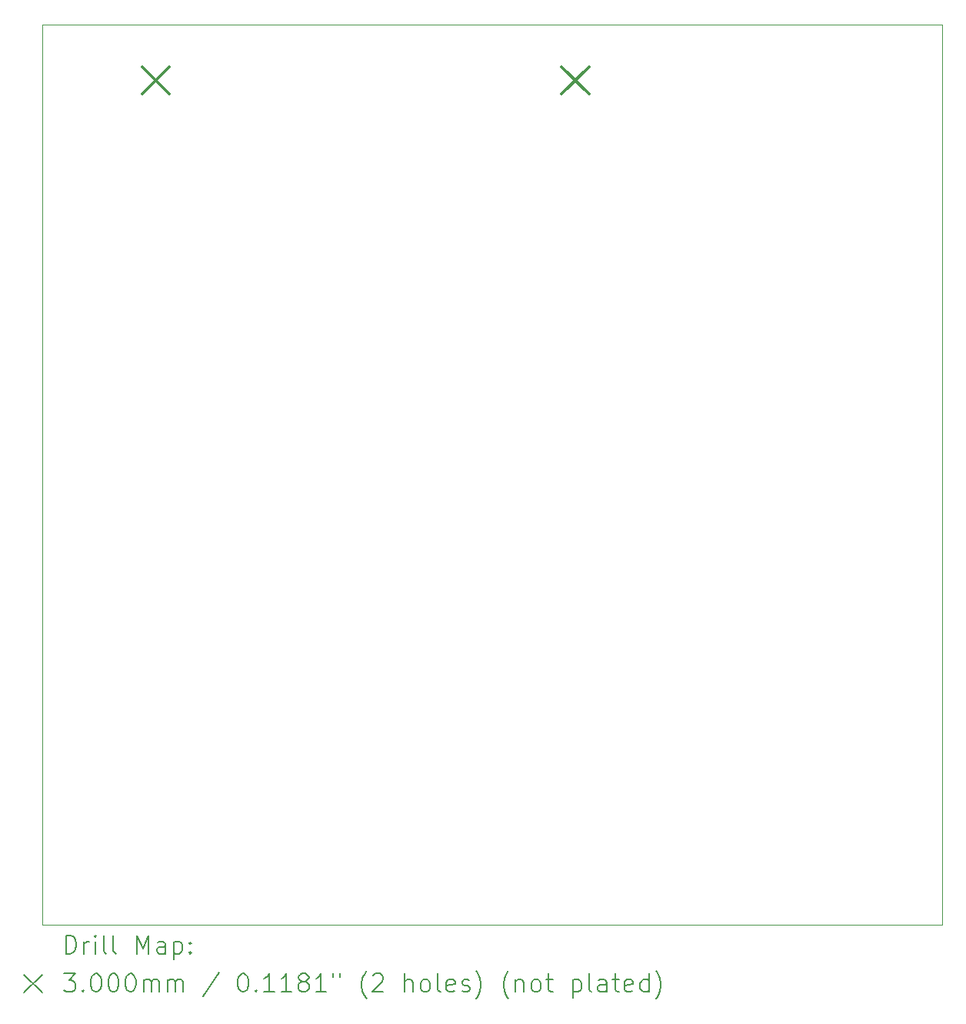
<source format=gbr>
%TF.GenerationSoftware,KiCad,Pcbnew,8.0.4*%
%TF.CreationDate,2024-09-22T21:37:49-05:00*%
%TF.ProjectId,ATX-PSU_8b,4154582d-5053-4555-9f38-622e6b696361,rev?*%
%TF.SameCoordinates,Original*%
%TF.FileFunction,Drillmap*%
%TF.FilePolarity,Positive*%
%FSLAX45Y45*%
G04 Gerber Fmt 4.5, Leading zero omitted, Abs format (unit mm)*
G04 Created by KiCad (PCBNEW 8.0.4) date 2024-09-22 21:37:49*
%MOMM*%
%LPD*%
G01*
G04 APERTURE LIST*
%ADD10C,0.100000*%
%ADD11C,0.200000*%
%ADD12C,0.300000*%
G04 APERTURE END LIST*
D10*
X17526000Y-12700000D02*
X7620000Y-12700000D01*
X17526000Y-2794000D02*
X17526000Y-12700000D01*
X7620000Y-2794000D02*
X17526000Y-2794000D01*
X7620000Y-12700000D02*
X7620000Y-2794000D01*
D11*
D12*
X8716000Y-3257500D02*
X9016000Y-3557500D01*
X9016000Y-3257500D02*
X8716000Y-3557500D01*
X13336000Y-3257500D02*
X13636000Y-3557500D01*
X13636000Y-3257500D02*
X13336000Y-3557500D01*
D11*
X7875777Y-13016484D02*
X7875777Y-12816484D01*
X7875777Y-12816484D02*
X7923396Y-12816484D01*
X7923396Y-12816484D02*
X7951967Y-12826008D01*
X7951967Y-12826008D02*
X7971015Y-12845055D01*
X7971015Y-12845055D02*
X7980539Y-12864103D01*
X7980539Y-12864103D02*
X7990062Y-12902198D01*
X7990062Y-12902198D02*
X7990062Y-12930769D01*
X7990062Y-12930769D02*
X7980539Y-12968865D01*
X7980539Y-12968865D02*
X7971015Y-12987912D01*
X7971015Y-12987912D02*
X7951967Y-13006960D01*
X7951967Y-13006960D02*
X7923396Y-13016484D01*
X7923396Y-13016484D02*
X7875777Y-13016484D01*
X8075777Y-13016484D02*
X8075777Y-12883150D01*
X8075777Y-12921246D02*
X8085301Y-12902198D01*
X8085301Y-12902198D02*
X8094824Y-12892674D01*
X8094824Y-12892674D02*
X8113872Y-12883150D01*
X8113872Y-12883150D02*
X8132920Y-12883150D01*
X8199586Y-13016484D02*
X8199586Y-12883150D01*
X8199586Y-12816484D02*
X8190062Y-12826008D01*
X8190062Y-12826008D02*
X8199586Y-12835531D01*
X8199586Y-12835531D02*
X8209110Y-12826008D01*
X8209110Y-12826008D02*
X8199586Y-12816484D01*
X8199586Y-12816484D02*
X8199586Y-12835531D01*
X8323396Y-13016484D02*
X8304348Y-13006960D01*
X8304348Y-13006960D02*
X8294824Y-12987912D01*
X8294824Y-12987912D02*
X8294824Y-12816484D01*
X8428158Y-13016484D02*
X8409110Y-13006960D01*
X8409110Y-13006960D02*
X8399586Y-12987912D01*
X8399586Y-12987912D02*
X8399586Y-12816484D01*
X8656729Y-13016484D02*
X8656729Y-12816484D01*
X8656729Y-12816484D02*
X8723396Y-12959341D01*
X8723396Y-12959341D02*
X8790063Y-12816484D01*
X8790063Y-12816484D02*
X8790063Y-13016484D01*
X8971015Y-13016484D02*
X8971015Y-12911722D01*
X8971015Y-12911722D02*
X8961491Y-12892674D01*
X8961491Y-12892674D02*
X8942444Y-12883150D01*
X8942444Y-12883150D02*
X8904348Y-12883150D01*
X8904348Y-12883150D02*
X8885301Y-12892674D01*
X8971015Y-13006960D02*
X8951967Y-13016484D01*
X8951967Y-13016484D02*
X8904348Y-13016484D01*
X8904348Y-13016484D02*
X8885301Y-13006960D01*
X8885301Y-13006960D02*
X8875777Y-12987912D01*
X8875777Y-12987912D02*
X8875777Y-12968865D01*
X8875777Y-12968865D02*
X8885301Y-12949817D01*
X8885301Y-12949817D02*
X8904348Y-12940293D01*
X8904348Y-12940293D02*
X8951967Y-12940293D01*
X8951967Y-12940293D02*
X8971015Y-12930769D01*
X9066253Y-12883150D02*
X9066253Y-13083150D01*
X9066253Y-12892674D02*
X9085301Y-12883150D01*
X9085301Y-12883150D02*
X9123396Y-12883150D01*
X9123396Y-12883150D02*
X9142444Y-12892674D01*
X9142444Y-12892674D02*
X9151967Y-12902198D01*
X9151967Y-12902198D02*
X9161491Y-12921246D01*
X9161491Y-12921246D02*
X9161491Y-12978388D01*
X9161491Y-12978388D02*
X9151967Y-12997436D01*
X9151967Y-12997436D02*
X9142444Y-13006960D01*
X9142444Y-13006960D02*
X9123396Y-13016484D01*
X9123396Y-13016484D02*
X9085301Y-13016484D01*
X9085301Y-13016484D02*
X9066253Y-13006960D01*
X9247205Y-12997436D02*
X9256729Y-13006960D01*
X9256729Y-13006960D02*
X9247205Y-13016484D01*
X9247205Y-13016484D02*
X9237682Y-13006960D01*
X9237682Y-13006960D02*
X9247205Y-12997436D01*
X9247205Y-12997436D02*
X9247205Y-13016484D01*
X9247205Y-12892674D02*
X9256729Y-12902198D01*
X9256729Y-12902198D02*
X9247205Y-12911722D01*
X9247205Y-12911722D02*
X9237682Y-12902198D01*
X9237682Y-12902198D02*
X9247205Y-12892674D01*
X9247205Y-12892674D02*
X9247205Y-12911722D01*
X7415000Y-13245000D02*
X7615000Y-13445000D01*
X7615000Y-13245000D02*
X7415000Y-13445000D01*
X7856729Y-13236484D02*
X7980539Y-13236484D01*
X7980539Y-13236484D02*
X7913872Y-13312674D01*
X7913872Y-13312674D02*
X7942443Y-13312674D01*
X7942443Y-13312674D02*
X7961491Y-13322198D01*
X7961491Y-13322198D02*
X7971015Y-13331722D01*
X7971015Y-13331722D02*
X7980539Y-13350769D01*
X7980539Y-13350769D02*
X7980539Y-13398388D01*
X7980539Y-13398388D02*
X7971015Y-13417436D01*
X7971015Y-13417436D02*
X7961491Y-13426960D01*
X7961491Y-13426960D02*
X7942443Y-13436484D01*
X7942443Y-13436484D02*
X7885301Y-13436484D01*
X7885301Y-13436484D02*
X7866253Y-13426960D01*
X7866253Y-13426960D02*
X7856729Y-13417436D01*
X8066253Y-13417436D02*
X8075777Y-13426960D01*
X8075777Y-13426960D02*
X8066253Y-13436484D01*
X8066253Y-13436484D02*
X8056729Y-13426960D01*
X8056729Y-13426960D02*
X8066253Y-13417436D01*
X8066253Y-13417436D02*
X8066253Y-13436484D01*
X8199586Y-13236484D02*
X8218634Y-13236484D01*
X8218634Y-13236484D02*
X8237682Y-13246008D01*
X8237682Y-13246008D02*
X8247205Y-13255531D01*
X8247205Y-13255531D02*
X8256729Y-13274579D01*
X8256729Y-13274579D02*
X8266253Y-13312674D01*
X8266253Y-13312674D02*
X8266253Y-13360293D01*
X8266253Y-13360293D02*
X8256729Y-13398388D01*
X8256729Y-13398388D02*
X8247205Y-13417436D01*
X8247205Y-13417436D02*
X8237682Y-13426960D01*
X8237682Y-13426960D02*
X8218634Y-13436484D01*
X8218634Y-13436484D02*
X8199586Y-13436484D01*
X8199586Y-13436484D02*
X8180539Y-13426960D01*
X8180539Y-13426960D02*
X8171015Y-13417436D01*
X8171015Y-13417436D02*
X8161491Y-13398388D01*
X8161491Y-13398388D02*
X8151967Y-13360293D01*
X8151967Y-13360293D02*
X8151967Y-13312674D01*
X8151967Y-13312674D02*
X8161491Y-13274579D01*
X8161491Y-13274579D02*
X8171015Y-13255531D01*
X8171015Y-13255531D02*
X8180539Y-13246008D01*
X8180539Y-13246008D02*
X8199586Y-13236484D01*
X8390063Y-13236484D02*
X8409110Y-13236484D01*
X8409110Y-13236484D02*
X8428158Y-13246008D01*
X8428158Y-13246008D02*
X8437682Y-13255531D01*
X8437682Y-13255531D02*
X8447205Y-13274579D01*
X8447205Y-13274579D02*
X8456729Y-13312674D01*
X8456729Y-13312674D02*
X8456729Y-13360293D01*
X8456729Y-13360293D02*
X8447205Y-13398388D01*
X8447205Y-13398388D02*
X8437682Y-13417436D01*
X8437682Y-13417436D02*
X8428158Y-13426960D01*
X8428158Y-13426960D02*
X8409110Y-13436484D01*
X8409110Y-13436484D02*
X8390063Y-13436484D01*
X8390063Y-13436484D02*
X8371015Y-13426960D01*
X8371015Y-13426960D02*
X8361491Y-13417436D01*
X8361491Y-13417436D02*
X8351967Y-13398388D01*
X8351967Y-13398388D02*
X8342443Y-13360293D01*
X8342443Y-13360293D02*
X8342443Y-13312674D01*
X8342443Y-13312674D02*
X8351967Y-13274579D01*
X8351967Y-13274579D02*
X8361491Y-13255531D01*
X8361491Y-13255531D02*
X8371015Y-13246008D01*
X8371015Y-13246008D02*
X8390063Y-13236484D01*
X8580539Y-13236484D02*
X8599586Y-13236484D01*
X8599586Y-13236484D02*
X8618634Y-13246008D01*
X8618634Y-13246008D02*
X8628158Y-13255531D01*
X8628158Y-13255531D02*
X8637682Y-13274579D01*
X8637682Y-13274579D02*
X8647205Y-13312674D01*
X8647205Y-13312674D02*
X8647205Y-13360293D01*
X8647205Y-13360293D02*
X8637682Y-13398388D01*
X8637682Y-13398388D02*
X8628158Y-13417436D01*
X8628158Y-13417436D02*
X8618634Y-13426960D01*
X8618634Y-13426960D02*
X8599586Y-13436484D01*
X8599586Y-13436484D02*
X8580539Y-13436484D01*
X8580539Y-13436484D02*
X8561491Y-13426960D01*
X8561491Y-13426960D02*
X8551967Y-13417436D01*
X8551967Y-13417436D02*
X8542444Y-13398388D01*
X8542444Y-13398388D02*
X8532920Y-13360293D01*
X8532920Y-13360293D02*
X8532920Y-13312674D01*
X8532920Y-13312674D02*
X8542444Y-13274579D01*
X8542444Y-13274579D02*
X8551967Y-13255531D01*
X8551967Y-13255531D02*
X8561491Y-13246008D01*
X8561491Y-13246008D02*
X8580539Y-13236484D01*
X8732920Y-13436484D02*
X8732920Y-13303150D01*
X8732920Y-13322198D02*
X8742444Y-13312674D01*
X8742444Y-13312674D02*
X8761491Y-13303150D01*
X8761491Y-13303150D02*
X8790063Y-13303150D01*
X8790063Y-13303150D02*
X8809110Y-13312674D01*
X8809110Y-13312674D02*
X8818634Y-13331722D01*
X8818634Y-13331722D02*
X8818634Y-13436484D01*
X8818634Y-13331722D02*
X8828158Y-13312674D01*
X8828158Y-13312674D02*
X8847205Y-13303150D01*
X8847205Y-13303150D02*
X8875777Y-13303150D01*
X8875777Y-13303150D02*
X8894825Y-13312674D01*
X8894825Y-13312674D02*
X8904348Y-13331722D01*
X8904348Y-13331722D02*
X8904348Y-13436484D01*
X8999586Y-13436484D02*
X8999586Y-13303150D01*
X8999586Y-13322198D02*
X9009110Y-13312674D01*
X9009110Y-13312674D02*
X9028158Y-13303150D01*
X9028158Y-13303150D02*
X9056729Y-13303150D01*
X9056729Y-13303150D02*
X9075777Y-13312674D01*
X9075777Y-13312674D02*
X9085301Y-13331722D01*
X9085301Y-13331722D02*
X9085301Y-13436484D01*
X9085301Y-13331722D02*
X9094825Y-13312674D01*
X9094825Y-13312674D02*
X9113872Y-13303150D01*
X9113872Y-13303150D02*
X9142444Y-13303150D01*
X9142444Y-13303150D02*
X9161491Y-13312674D01*
X9161491Y-13312674D02*
X9171015Y-13331722D01*
X9171015Y-13331722D02*
X9171015Y-13436484D01*
X9561491Y-13226960D02*
X9390063Y-13484103D01*
X9818634Y-13236484D02*
X9837682Y-13236484D01*
X9837682Y-13236484D02*
X9856729Y-13246008D01*
X9856729Y-13246008D02*
X9866253Y-13255531D01*
X9866253Y-13255531D02*
X9875777Y-13274579D01*
X9875777Y-13274579D02*
X9885301Y-13312674D01*
X9885301Y-13312674D02*
X9885301Y-13360293D01*
X9885301Y-13360293D02*
X9875777Y-13398388D01*
X9875777Y-13398388D02*
X9866253Y-13417436D01*
X9866253Y-13417436D02*
X9856729Y-13426960D01*
X9856729Y-13426960D02*
X9837682Y-13436484D01*
X9837682Y-13436484D02*
X9818634Y-13436484D01*
X9818634Y-13436484D02*
X9799587Y-13426960D01*
X9799587Y-13426960D02*
X9790063Y-13417436D01*
X9790063Y-13417436D02*
X9780539Y-13398388D01*
X9780539Y-13398388D02*
X9771015Y-13360293D01*
X9771015Y-13360293D02*
X9771015Y-13312674D01*
X9771015Y-13312674D02*
X9780539Y-13274579D01*
X9780539Y-13274579D02*
X9790063Y-13255531D01*
X9790063Y-13255531D02*
X9799587Y-13246008D01*
X9799587Y-13246008D02*
X9818634Y-13236484D01*
X9971015Y-13417436D02*
X9980539Y-13426960D01*
X9980539Y-13426960D02*
X9971015Y-13436484D01*
X9971015Y-13436484D02*
X9961491Y-13426960D01*
X9961491Y-13426960D02*
X9971015Y-13417436D01*
X9971015Y-13417436D02*
X9971015Y-13436484D01*
X10171015Y-13436484D02*
X10056729Y-13436484D01*
X10113872Y-13436484D02*
X10113872Y-13236484D01*
X10113872Y-13236484D02*
X10094825Y-13265055D01*
X10094825Y-13265055D02*
X10075777Y-13284103D01*
X10075777Y-13284103D02*
X10056729Y-13293627D01*
X10361491Y-13436484D02*
X10247206Y-13436484D01*
X10304348Y-13436484D02*
X10304348Y-13236484D01*
X10304348Y-13236484D02*
X10285301Y-13265055D01*
X10285301Y-13265055D02*
X10266253Y-13284103D01*
X10266253Y-13284103D02*
X10247206Y-13293627D01*
X10475777Y-13322198D02*
X10456729Y-13312674D01*
X10456729Y-13312674D02*
X10447206Y-13303150D01*
X10447206Y-13303150D02*
X10437682Y-13284103D01*
X10437682Y-13284103D02*
X10437682Y-13274579D01*
X10437682Y-13274579D02*
X10447206Y-13255531D01*
X10447206Y-13255531D02*
X10456729Y-13246008D01*
X10456729Y-13246008D02*
X10475777Y-13236484D01*
X10475777Y-13236484D02*
X10513872Y-13236484D01*
X10513872Y-13236484D02*
X10532920Y-13246008D01*
X10532920Y-13246008D02*
X10542444Y-13255531D01*
X10542444Y-13255531D02*
X10551968Y-13274579D01*
X10551968Y-13274579D02*
X10551968Y-13284103D01*
X10551968Y-13284103D02*
X10542444Y-13303150D01*
X10542444Y-13303150D02*
X10532920Y-13312674D01*
X10532920Y-13312674D02*
X10513872Y-13322198D01*
X10513872Y-13322198D02*
X10475777Y-13322198D01*
X10475777Y-13322198D02*
X10456729Y-13331722D01*
X10456729Y-13331722D02*
X10447206Y-13341246D01*
X10447206Y-13341246D02*
X10437682Y-13360293D01*
X10437682Y-13360293D02*
X10437682Y-13398388D01*
X10437682Y-13398388D02*
X10447206Y-13417436D01*
X10447206Y-13417436D02*
X10456729Y-13426960D01*
X10456729Y-13426960D02*
X10475777Y-13436484D01*
X10475777Y-13436484D02*
X10513872Y-13436484D01*
X10513872Y-13436484D02*
X10532920Y-13426960D01*
X10532920Y-13426960D02*
X10542444Y-13417436D01*
X10542444Y-13417436D02*
X10551968Y-13398388D01*
X10551968Y-13398388D02*
X10551968Y-13360293D01*
X10551968Y-13360293D02*
X10542444Y-13341246D01*
X10542444Y-13341246D02*
X10532920Y-13331722D01*
X10532920Y-13331722D02*
X10513872Y-13322198D01*
X10742444Y-13436484D02*
X10628158Y-13436484D01*
X10685301Y-13436484D02*
X10685301Y-13236484D01*
X10685301Y-13236484D02*
X10666253Y-13265055D01*
X10666253Y-13265055D02*
X10647206Y-13284103D01*
X10647206Y-13284103D02*
X10628158Y-13293627D01*
X10818634Y-13236484D02*
X10818634Y-13274579D01*
X10894825Y-13236484D02*
X10894825Y-13274579D01*
X11190063Y-13512674D02*
X11180539Y-13503150D01*
X11180539Y-13503150D02*
X11161491Y-13474579D01*
X11161491Y-13474579D02*
X11151968Y-13455531D01*
X11151968Y-13455531D02*
X11142444Y-13426960D01*
X11142444Y-13426960D02*
X11132920Y-13379341D01*
X11132920Y-13379341D02*
X11132920Y-13341246D01*
X11132920Y-13341246D02*
X11142444Y-13293627D01*
X11142444Y-13293627D02*
X11151968Y-13265055D01*
X11151968Y-13265055D02*
X11161491Y-13246008D01*
X11161491Y-13246008D02*
X11180539Y-13217436D01*
X11180539Y-13217436D02*
X11190063Y-13207912D01*
X11256729Y-13255531D02*
X11266253Y-13246008D01*
X11266253Y-13246008D02*
X11285301Y-13236484D01*
X11285301Y-13236484D02*
X11332920Y-13236484D01*
X11332920Y-13236484D02*
X11351968Y-13246008D01*
X11351968Y-13246008D02*
X11361491Y-13255531D01*
X11361491Y-13255531D02*
X11371015Y-13274579D01*
X11371015Y-13274579D02*
X11371015Y-13293627D01*
X11371015Y-13293627D02*
X11361491Y-13322198D01*
X11361491Y-13322198D02*
X11247206Y-13436484D01*
X11247206Y-13436484D02*
X11371015Y-13436484D01*
X11609110Y-13436484D02*
X11609110Y-13236484D01*
X11694825Y-13436484D02*
X11694825Y-13331722D01*
X11694825Y-13331722D02*
X11685301Y-13312674D01*
X11685301Y-13312674D02*
X11666253Y-13303150D01*
X11666253Y-13303150D02*
X11637682Y-13303150D01*
X11637682Y-13303150D02*
X11618634Y-13312674D01*
X11618634Y-13312674D02*
X11609110Y-13322198D01*
X11818634Y-13436484D02*
X11799587Y-13426960D01*
X11799587Y-13426960D02*
X11790063Y-13417436D01*
X11790063Y-13417436D02*
X11780539Y-13398388D01*
X11780539Y-13398388D02*
X11780539Y-13341246D01*
X11780539Y-13341246D02*
X11790063Y-13322198D01*
X11790063Y-13322198D02*
X11799587Y-13312674D01*
X11799587Y-13312674D02*
X11818634Y-13303150D01*
X11818634Y-13303150D02*
X11847206Y-13303150D01*
X11847206Y-13303150D02*
X11866253Y-13312674D01*
X11866253Y-13312674D02*
X11875777Y-13322198D01*
X11875777Y-13322198D02*
X11885301Y-13341246D01*
X11885301Y-13341246D02*
X11885301Y-13398388D01*
X11885301Y-13398388D02*
X11875777Y-13417436D01*
X11875777Y-13417436D02*
X11866253Y-13426960D01*
X11866253Y-13426960D02*
X11847206Y-13436484D01*
X11847206Y-13436484D02*
X11818634Y-13436484D01*
X11999587Y-13436484D02*
X11980539Y-13426960D01*
X11980539Y-13426960D02*
X11971015Y-13407912D01*
X11971015Y-13407912D02*
X11971015Y-13236484D01*
X12151968Y-13426960D02*
X12132920Y-13436484D01*
X12132920Y-13436484D02*
X12094825Y-13436484D01*
X12094825Y-13436484D02*
X12075777Y-13426960D01*
X12075777Y-13426960D02*
X12066253Y-13407912D01*
X12066253Y-13407912D02*
X12066253Y-13331722D01*
X12066253Y-13331722D02*
X12075777Y-13312674D01*
X12075777Y-13312674D02*
X12094825Y-13303150D01*
X12094825Y-13303150D02*
X12132920Y-13303150D01*
X12132920Y-13303150D02*
X12151968Y-13312674D01*
X12151968Y-13312674D02*
X12161491Y-13331722D01*
X12161491Y-13331722D02*
X12161491Y-13350769D01*
X12161491Y-13350769D02*
X12066253Y-13369817D01*
X12237682Y-13426960D02*
X12256730Y-13436484D01*
X12256730Y-13436484D02*
X12294825Y-13436484D01*
X12294825Y-13436484D02*
X12313872Y-13426960D01*
X12313872Y-13426960D02*
X12323396Y-13407912D01*
X12323396Y-13407912D02*
X12323396Y-13398388D01*
X12323396Y-13398388D02*
X12313872Y-13379341D01*
X12313872Y-13379341D02*
X12294825Y-13369817D01*
X12294825Y-13369817D02*
X12266253Y-13369817D01*
X12266253Y-13369817D02*
X12247206Y-13360293D01*
X12247206Y-13360293D02*
X12237682Y-13341246D01*
X12237682Y-13341246D02*
X12237682Y-13331722D01*
X12237682Y-13331722D02*
X12247206Y-13312674D01*
X12247206Y-13312674D02*
X12266253Y-13303150D01*
X12266253Y-13303150D02*
X12294825Y-13303150D01*
X12294825Y-13303150D02*
X12313872Y-13312674D01*
X12390063Y-13512674D02*
X12399587Y-13503150D01*
X12399587Y-13503150D02*
X12418634Y-13474579D01*
X12418634Y-13474579D02*
X12428158Y-13455531D01*
X12428158Y-13455531D02*
X12437682Y-13426960D01*
X12437682Y-13426960D02*
X12447206Y-13379341D01*
X12447206Y-13379341D02*
X12447206Y-13341246D01*
X12447206Y-13341246D02*
X12437682Y-13293627D01*
X12437682Y-13293627D02*
X12428158Y-13265055D01*
X12428158Y-13265055D02*
X12418634Y-13246008D01*
X12418634Y-13246008D02*
X12399587Y-13217436D01*
X12399587Y-13217436D02*
X12390063Y-13207912D01*
X12751968Y-13512674D02*
X12742444Y-13503150D01*
X12742444Y-13503150D02*
X12723396Y-13474579D01*
X12723396Y-13474579D02*
X12713872Y-13455531D01*
X12713872Y-13455531D02*
X12704349Y-13426960D01*
X12704349Y-13426960D02*
X12694825Y-13379341D01*
X12694825Y-13379341D02*
X12694825Y-13341246D01*
X12694825Y-13341246D02*
X12704349Y-13293627D01*
X12704349Y-13293627D02*
X12713872Y-13265055D01*
X12713872Y-13265055D02*
X12723396Y-13246008D01*
X12723396Y-13246008D02*
X12742444Y-13217436D01*
X12742444Y-13217436D02*
X12751968Y-13207912D01*
X12828158Y-13303150D02*
X12828158Y-13436484D01*
X12828158Y-13322198D02*
X12837682Y-13312674D01*
X12837682Y-13312674D02*
X12856730Y-13303150D01*
X12856730Y-13303150D02*
X12885301Y-13303150D01*
X12885301Y-13303150D02*
X12904349Y-13312674D01*
X12904349Y-13312674D02*
X12913872Y-13331722D01*
X12913872Y-13331722D02*
X12913872Y-13436484D01*
X13037682Y-13436484D02*
X13018634Y-13426960D01*
X13018634Y-13426960D02*
X13009111Y-13417436D01*
X13009111Y-13417436D02*
X12999587Y-13398388D01*
X12999587Y-13398388D02*
X12999587Y-13341246D01*
X12999587Y-13341246D02*
X13009111Y-13322198D01*
X13009111Y-13322198D02*
X13018634Y-13312674D01*
X13018634Y-13312674D02*
X13037682Y-13303150D01*
X13037682Y-13303150D02*
X13066253Y-13303150D01*
X13066253Y-13303150D02*
X13085301Y-13312674D01*
X13085301Y-13312674D02*
X13094825Y-13322198D01*
X13094825Y-13322198D02*
X13104349Y-13341246D01*
X13104349Y-13341246D02*
X13104349Y-13398388D01*
X13104349Y-13398388D02*
X13094825Y-13417436D01*
X13094825Y-13417436D02*
X13085301Y-13426960D01*
X13085301Y-13426960D02*
X13066253Y-13436484D01*
X13066253Y-13436484D02*
X13037682Y-13436484D01*
X13161492Y-13303150D02*
X13237682Y-13303150D01*
X13190063Y-13236484D02*
X13190063Y-13407912D01*
X13190063Y-13407912D02*
X13199587Y-13426960D01*
X13199587Y-13426960D02*
X13218634Y-13436484D01*
X13218634Y-13436484D02*
X13237682Y-13436484D01*
X13456730Y-13303150D02*
X13456730Y-13503150D01*
X13456730Y-13312674D02*
X13475777Y-13303150D01*
X13475777Y-13303150D02*
X13513873Y-13303150D01*
X13513873Y-13303150D02*
X13532920Y-13312674D01*
X13532920Y-13312674D02*
X13542444Y-13322198D01*
X13542444Y-13322198D02*
X13551968Y-13341246D01*
X13551968Y-13341246D02*
X13551968Y-13398388D01*
X13551968Y-13398388D02*
X13542444Y-13417436D01*
X13542444Y-13417436D02*
X13532920Y-13426960D01*
X13532920Y-13426960D02*
X13513873Y-13436484D01*
X13513873Y-13436484D02*
X13475777Y-13436484D01*
X13475777Y-13436484D02*
X13456730Y-13426960D01*
X13666253Y-13436484D02*
X13647206Y-13426960D01*
X13647206Y-13426960D02*
X13637682Y-13407912D01*
X13637682Y-13407912D02*
X13637682Y-13236484D01*
X13828158Y-13436484D02*
X13828158Y-13331722D01*
X13828158Y-13331722D02*
X13818634Y-13312674D01*
X13818634Y-13312674D02*
X13799587Y-13303150D01*
X13799587Y-13303150D02*
X13761492Y-13303150D01*
X13761492Y-13303150D02*
X13742444Y-13312674D01*
X13828158Y-13426960D02*
X13809111Y-13436484D01*
X13809111Y-13436484D02*
X13761492Y-13436484D01*
X13761492Y-13436484D02*
X13742444Y-13426960D01*
X13742444Y-13426960D02*
X13732920Y-13407912D01*
X13732920Y-13407912D02*
X13732920Y-13388865D01*
X13732920Y-13388865D02*
X13742444Y-13369817D01*
X13742444Y-13369817D02*
X13761492Y-13360293D01*
X13761492Y-13360293D02*
X13809111Y-13360293D01*
X13809111Y-13360293D02*
X13828158Y-13350769D01*
X13894825Y-13303150D02*
X13971015Y-13303150D01*
X13923396Y-13236484D02*
X13923396Y-13407912D01*
X13923396Y-13407912D02*
X13932920Y-13426960D01*
X13932920Y-13426960D02*
X13951968Y-13436484D01*
X13951968Y-13436484D02*
X13971015Y-13436484D01*
X14113873Y-13426960D02*
X14094825Y-13436484D01*
X14094825Y-13436484D02*
X14056730Y-13436484D01*
X14056730Y-13436484D02*
X14037682Y-13426960D01*
X14037682Y-13426960D02*
X14028158Y-13407912D01*
X14028158Y-13407912D02*
X14028158Y-13331722D01*
X14028158Y-13331722D02*
X14037682Y-13312674D01*
X14037682Y-13312674D02*
X14056730Y-13303150D01*
X14056730Y-13303150D02*
X14094825Y-13303150D01*
X14094825Y-13303150D02*
X14113873Y-13312674D01*
X14113873Y-13312674D02*
X14123396Y-13331722D01*
X14123396Y-13331722D02*
X14123396Y-13350769D01*
X14123396Y-13350769D02*
X14028158Y-13369817D01*
X14294825Y-13436484D02*
X14294825Y-13236484D01*
X14294825Y-13426960D02*
X14275777Y-13436484D01*
X14275777Y-13436484D02*
X14237682Y-13436484D01*
X14237682Y-13436484D02*
X14218634Y-13426960D01*
X14218634Y-13426960D02*
X14209111Y-13417436D01*
X14209111Y-13417436D02*
X14199587Y-13398388D01*
X14199587Y-13398388D02*
X14199587Y-13341246D01*
X14199587Y-13341246D02*
X14209111Y-13322198D01*
X14209111Y-13322198D02*
X14218634Y-13312674D01*
X14218634Y-13312674D02*
X14237682Y-13303150D01*
X14237682Y-13303150D02*
X14275777Y-13303150D01*
X14275777Y-13303150D02*
X14294825Y-13312674D01*
X14371015Y-13512674D02*
X14380539Y-13503150D01*
X14380539Y-13503150D02*
X14399587Y-13474579D01*
X14399587Y-13474579D02*
X14409111Y-13455531D01*
X14409111Y-13455531D02*
X14418634Y-13426960D01*
X14418634Y-13426960D02*
X14428158Y-13379341D01*
X14428158Y-13379341D02*
X14428158Y-13341246D01*
X14428158Y-13341246D02*
X14418634Y-13293627D01*
X14418634Y-13293627D02*
X14409111Y-13265055D01*
X14409111Y-13265055D02*
X14399587Y-13246008D01*
X14399587Y-13246008D02*
X14380539Y-13217436D01*
X14380539Y-13217436D02*
X14371015Y-13207912D01*
M02*

</source>
